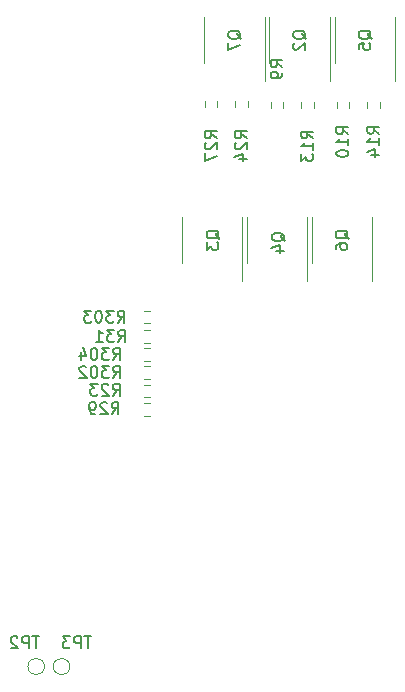
<source format=gbo>
G04 #@! TF.GenerationSoftware,KiCad,Pcbnew,(6.0.2-0)*
G04 #@! TF.CreationDate,2022-04-11T21:35:17-06:00*
G04 #@! TF.ProjectId,CONEPROJ,434f4e45-5052-44f4-9a2e-6b696361645f,rev?*
G04 #@! TF.SameCoordinates,Original*
G04 #@! TF.FileFunction,Legend,Bot*
G04 #@! TF.FilePolarity,Positive*
%FSLAX46Y46*%
G04 Gerber Fmt 4.6, Leading zero omitted, Abs format (unit mm)*
G04 Created by KiCad (PCBNEW (6.0.2-0)) date 2022-04-11 21:35:17*
%MOMM*%
%LPD*%
G01*
G04 APERTURE LIST*
%ADD10C,0.150000*%
%ADD11C,0.120000*%
G04 APERTURE END LIST*
D10*
G04 #@! TO.C,Q7*
X92847619Y-57129761D02*
X92800000Y-57034523D01*
X92704761Y-56939285D01*
X92561904Y-56796428D01*
X92514285Y-56701190D01*
X92514285Y-56605952D01*
X92752380Y-56653571D02*
X92704761Y-56558333D01*
X92609523Y-56463095D01*
X92419047Y-56415476D01*
X92085714Y-56415476D01*
X91895238Y-56463095D01*
X91800000Y-56558333D01*
X91752380Y-56653571D01*
X91752380Y-56844047D01*
X91800000Y-56939285D01*
X91895238Y-57034523D01*
X92085714Y-57082142D01*
X92419047Y-57082142D01*
X92609523Y-57034523D01*
X92704761Y-56939285D01*
X92752380Y-56844047D01*
X92752380Y-56653571D01*
X91752380Y-57415476D02*
X91752380Y-58082142D01*
X92752380Y-57653571D01*
G04 #@! TO.C,Q5*
X103897619Y-57129761D02*
X103850000Y-57034523D01*
X103754761Y-56939285D01*
X103611904Y-56796428D01*
X103564285Y-56701190D01*
X103564285Y-56605952D01*
X103802380Y-56653571D02*
X103754761Y-56558333D01*
X103659523Y-56463095D01*
X103469047Y-56415476D01*
X103135714Y-56415476D01*
X102945238Y-56463095D01*
X102850000Y-56558333D01*
X102802380Y-56653571D01*
X102802380Y-56844047D01*
X102850000Y-56939285D01*
X102945238Y-57034523D01*
X103135714Y-57082142D01*
X103469047Y-57082142D01*
X103659523Y-57034523D01*
X103754761Y-56939285D01*
X103802380Y-56844047D01*
X103802380Y-56653571D01*
X102802380Y-57986904D02*
X102802380Y-57510714D01*
X103278571Y-57463095D01*
X103230952Y-57510714D01*
X103183333Y-57605952D01*
X103183333Y-57844047D01*
X103230952Y-57939285D01*
X103278571Y-57986904D01*
X103373809Y-58034523D01*
X103611904Y-58034523D01*
X103707142Y-57986904D01*
X103754761Y-57939285D01*
X103802380Y-57844047D01*
X103802380Y-57605952D01*
X103754761Y-57510714D01*
X103707142Y-57463095D01*
G04 #@! TO.C,Q6*
X101947619Y-74054761D02*
X101900000Y-73959523D01*
X101804761Y-73864285D01*
X101661904Y-73721428D01*
X101614285Y-73626190D01*
X101614285Y-73530952D01*
X101852380Y-73578571D02*
X101804761Y-73483333D01*
X101709523Y-73388095D01*
X101519047Y-73340476D01*
X101185714Y-73340476D01*
X100995238Y-73388095D01*
X100900000Y-73483333D01*
X100852380Y-73578571D01*
X100852380Y-73769047D01*
X100900000Y-73864285D01*
X100995238Y-73959523D01*
X101185714Y-74007142D01*
X101519047Y-74007142D01*
X101709523Y-73959523D01*
X101804761Y-73864285D01*
X101852380Y-73769047D01*
X101852380Y-73578571D01*
X100852380Y-74864285D02*
X100852380Y-74673809D01*
X100900000Y-74578571D01*
X100947619Y-74530952D01*
X101090476Y-74435714D01*
X101280952Y-74388095D01*
X101661904Y-74388095D01*
X101757142Y-74435714D01*
X101804761Y-74483333D01*
X101852380Y-74578571D01*
X101852380Y-74769047D01*
X101804761Y-74864285D01*
X101757142Y-74911904D01*
X101661904Y-74959523D01*
X101423809Y-74959523D01*
X101328571Y-74911904D01*
X101280952Y-74864285D01*
X101233333Y-74769047D01*
X101233333Y-74578571D01*
X101280952Y-74483333D01*
X101328571Y-74435714D01*
X101423809Y-74388095D01*
G04 #@! TO.C,R303*
X82406547Y-81127380D02*
X82739880Y-80651190D01*
X82977976Y-81127380D02*
X82977976Y-80127380D01*
X82597023Y-80127380D01*
X82501785Y-80175000D01*
X82454166Y-80222619D01*
X82406547Y-80317857D01*
X82406547Y-80460714D01*
X82454166Y-80555952D01*
X82501785Y-80603571D01*
X82597023Y-80651190D01*
X82977976Y-80651190D01*
X82073214Y-80127380D02*
X81454166Y-80127380D01*
X81787500Y-80508333D01*
X81644642Y-80508333D01*
X81549404Y-80555952D01*
X81501785Y-80603571D01*
X81454166Y-80698809D01*
X81454166Y-80936904D01*
X81501785Y-81032142D01*
X81549404Y-81079761D01*
X81644642Y-81127380D01*
X81930357Y-81127380D01*
X82025595Y-81079761D01*
X82073214Y-81032142D01*
X80835119Y-80127380D02*
X80739880Y-80127380D01*
X80644642Y-80175000D01*
X80597023Y-80222619D01*
X80549404Y-80317857D01*
X80501785Y-80508333D01*
X80501785Y-80746428D01*
X80549404Y-80936904D01*
X80597023Y-81032142D01*
X80644642Y-81079761D01*
X80739880Y-81127380D01*
X80835119Y-81127380D01*
X80930357Y-81079761D01*
X80977976Y-81032142D01*
X81025595Y-80936904D01*
X81073214Y-80746428D01*
X81073214Y-80508333D01*
X81025595Y-80317857D01*
X80977976Y-80222619D01*
X80930357Y-80175000D01*
X80835119Y-80127380D01*
X80168452Y-80127380D02*
X79549404Y-80127380D01*
X79882738Y-80508333D01*
X79739880Y-80508333D01*
X79644642Y-80555952D01*
X79597023Y-80603571D01*
X79549404Y-80698809D01*
X79549404Y-80936904D01*
X79597023Y-81032142D01*
X79644642Y-81079761D01*
X79739880Y-81127380D01*
X80025595Y-81127380D01*
X80120833Y-81079761D01*
X80168452Y-81032142D01*
G04 #@! TO.C,Q3*
X91022619Y-74054761D02*
X90975000Y-73959523D01*
X90879761Y-73864285D01*
X90736904Y-73721428D01*
X90689285Y-73626190D01*
X90689285Y-73530952D01*
X90927380Y-73578571D02*
X90879761Y-73483333D01*
X90784523Y-73388095D01*
X90594047Y-73340476D01*
X90260714Y-73340476D01*
X90070238Y-73388095D01*
X89975000Y-73483333D01*
X89927380Y-73578571D01*
X89927380Y-73769047D01*
X89975000Y-73864285D01*
X90070238Y-73959523D01*
X90260714Y-74007142D01*
X90594047Y-74007142D01*
X90784523Y-73959523D01*
X90879761Y-73864285D01*
X90927380Y-73769047D01*
X90927380Y-73578571D01*
X89927380Y-74340476D02*
X89927380Y-74959523D01*
X90308333Y-74626190D01*
X90308333Y-74769047D01*
X90355952Y-74864285D01*
X90403571Y-74911904D01*
X90498809Y-74959523D01*
X90736904Y-74959523D01*
X90832142Y-74911904D01*
X90879761Y-74864285D01*
X90927380Y-74769047D01*
X90927380Y-74483333D01*
X90879761Y-74388095D01*
X90832142Y-74340476D01*
G04 #@! TO.C,R27*
X90777380Y-65507142D02*
X90301190Y-65173809D01*
X90777380Y-64935714D02*
X89777380Y-64935714D01*
X89777380Y-65316666D01*
X89825000Y-65411904D01*
X89872619Y-65459523D01*
X89967857Y-65507142D01*
X90110714Y-65507142D01*
X90205952Y-65459523D01*
X90253571Y-65411904D01*
X90301190Y-65316666D01*
X90301190Y-64935714D01*
X89872619Y-65888095D02*
X89825000Y-65935714D01*
X89777380Y-66030952D01*
X89777380Y-66269047D01*
X89825000Y-66364285D01*
X89872619Y-66411904D01*
X89967857Y-66459523D01*
X90063095Y-66459523D01*
X90205952Y-66411904D01*
X90777380Y-65840476D01*
X90777380Y-66459523D01*
X89777380Y-66792857D02*
X89777380Y-67459523D01*
X90777380Y-67030952D01*
G04 #@! TO.C,R31*
X82455357Y-82752380D02*
X82788690Y-82276190D01*
X83026785Y-82752380D02*
X83026785Y-81752380D01*
X82645833Y-81752380D01*
X82550595Y-81800000D01*
X82502976Y-81847619D01*
X82455357Y-81942857D01*
X82455357Y-82085714D01*
X82502976Y-82180952D01*
X82550595Y-82228571D01*
X82645833Y-82276190D01*
X83026785Y-82276190D01*
X82122023Y-81752380D02*
X81502976Y-81752380D01*
X81836309Y-82133333D01*
X81693452Y-82133333D01*
X81598214Y-82180952D01*
X81550595Y-82228571D01*
X81502976Y-82323809D01*
X81502976Y-82561904D01*
X81550595Y-82657142D01*
X81598214Y-82704761D01*
X81693452Y-82752380D01*
X81979166Y-82752380D01*
X82074404Y-82704761D01*
X82122023Y-82657142D01*
X80550595Y-82752380D02*
X81122023Y-82752380D01*
X80836309Y-82752380D02*
X80836309Y-81752380D01*
X80931547Y-81895238D01*
X81026785Y-81990476D01*
X81122023Y-82038095D01*
G04 #@! TO.C,R9*
X96352380Y-59508333D02*
X95876190Y-59175000D01*
X96352380Y-58936904D02*
X95352380Y-58936904D01*
X95352380Y-59317857D01*
X95400000Y-59413095D01*
X95447619Y-59460714D01*
X95542857Y-59508333D01*
X95685714Y-59508333D01*
X95780952Y-59460714D01*
X95828571Y-59413095D01*
X95876190Y-59317857D01*
X95876190Y-58936904D01*
X96352380Y-59984523D02*
X96352380Y-60175000D01*
X96304761Y-60270238D01*
X96257142Y-60317857D01*
X96114285Y-60413095D01*
X95923809Y-60460714D01*
X95542857Y-60460714D01*
X95447619Y-60413095D01*
X95400000Y-60365476D01*
X95352380Y-60270238D01*
X95352380Y-60079761D01*
X95400000Y-59984523D01*
X95447619Y-59936904D01*
X95542857Y-59889285D01*
X95780952Y-59889285D01*
X95876190Y-59936904D01*
X95923809Y-59984523D01*
X95971428Y-60079761D01*
X95971428Y-60270238D01*
X95923809Y-60365476D01*
X95876190Y-60413095D01*
X95780952Y-60460714D01*
G04 #@! TO.C,Q4*
X96547619Y-74254761D02*
X96500000Y-74159523D01*
X96404761Y-74064285D01*
X96261904Y-73921428D01*
X96214285Y-73826190D01*
X96214285Y-73730952D01*
X96452380Y-73778571D02*
X96404761Y-73683333D01*
X96309523Y-73588095D01*
X96119047Y-73540476D01*
X95785714Y-73540476D01*
X95595238Y-73588095D01*
X95500000Y-73683333D01*
X95452380Y-73778571D01*
X95452380Y-73969047D01*
X95500000Y-74064285D01*
X95595238Y-74159523D01*
X95785714Y-74207142D01*
X96119047Y-74207142D01*
X96309523Y-74159523D01*
X96404761Y-74064285D01*
X96452380Y-73969047D01*
X96452380Y-73778571D01*
X95785714Y-75064285D02*
X96452380Y-75064285D01*
X95404761Y-74826190D02*
X96119047Y-74588095D01*
X96119047Y-75207142D01*
G04 #@! TO.C,R10*
X101927380Y-65182142D02*
X101451190Y-64848809D01*
X101927380Y-64610714D02*
X100927380Y-64610714D01*
X100927380Y-64991666D01*
X100975000Y-65086904D01*
X101022619Y-65134523D01*
X101117857Y-65182142D01*
X101260714Y-65182142D01*
X101355952Y-65134523D01*
X101403571Y-65086904D01*
X101451190Y-64991666D01*
X101451190Y-64610714D01*
X101927380Y-66134523D02*
X101927380Y-65563095D01*
X101927380Y-65848809D02*
X100927380Y-65848809D01*
X101070238Y-65753571D01*
X101165476Y-65658333D01*
X101213095Y-65563095D01*
X100927380Y-66753571D02*
X100927380Y-66848809D01*
X100975000Y-66944047D01*
X101022619Y-66991666D01*
X101117857Y-67039285D01*
X101308333Y-67086904D01*
X101546428Y-67086904D01*
X101736904Y-67039285D01*
X101832142Y-66991666D01*
X101879761Y-66944047D01*
X101927380Y-66848809D01*
X101927380Y-66753571D01*
X101879761Y-66658333D01*
X101832142Y-66610714D01*
X101736904Y-66563095D01*
X101546428Y-66515476D01*
X101308333Y-66515476D01*
X101117857Y-66563095D01*
X101022619Y-66610714D01*
X100975000Y-66658333D01*
X100927380Y-66753571D01*
G04 #@! TO.C,R29*
X81892857Y-88877380D02*
X82226190Y-88401190D01*
X82464285Y-88877380D02*
X82464285Y-87877380D01*
X82083333Y-87877380D01*
X81988095Y-87925000D01*
X81940476Y-87972619D01*
X81892857Y-88067857D01*
X81892857Y-88210714D01*
X81940476Y-88305952D01*
X81988095Y-88353571D01*
X82083333Y-88401190D01*
X82464285Y-88401190D01*
X81511904Y-87972619D02*
X81464285Y-87925000D01*
X81369047Y-87877380D01*
X81130952Y-87877380D01*
X81035714Y-87925000D01*
X80988095Y-87972619D01*
X80940476Y-88067857D01*
X80940476Y-88163095D01*
X80988095Y-88305952D01*
X81559523Y-88877380D01*
X80940476Y-88877380D01*
X80464285Y-88877380D02*
X80273809Y-88877380D01*
X80178571Y-88829761D01*
X80130952Y-88782142D01*
X80035714Y-88639285D01*
X79988095Y-88448809D01*
X79988095Y-88067857D01*
X80035714Y-87972619D01*
X80083333Y-87925000D01*
X80178571Y-87877380D01*
X80369047Y-87877380D01*
X80464285Y-87925000D01*
X80511904Y-87972619D01*
X80559523Y-88067857D01*
X80559523Y-88305952D01*
X80511904Y-88401190D01*
X80464285Y-88448809D01*
X80369047Y-88496428D01*
X80178571Y-88496428D01*
X80083333Y-88448809D01*
X80035714Y-88401190D01*
X79988095Y-88305952D01*
G04 #@! TO.C,R304*
X82019047Y-84277380D02*
X82352380Y-83801190D01*
X82590476Y-84277380D02*
X82590476Y-83277380D01*
X82209523Y-83277380D01*
X82114285Y-83325000D01*
X82066666Y-83372619D01*
X82019047Y-83467857D01*
X82019047Y-83610714D01*
X82066666Y-83705952D01*
X82114285Y-83753571D01*
X82209523Y-83801190D01*
X82590476Y-83801190D01*
X81685714Y-83277380D02*
X81066666Y-83277380D01*
X81400000Y-83658333D01*
X81257142Y-83658333D01*
X81161904Y-83705952D01*
X81114285Y-83753571D01*
X81066666Y-83848809D01*
X81066666Y-84086904D01*
X81114285Y-84182142D01*
X81161904Y-84229761D01*
X81257142Y-84277380D01*
X81542857Y-84277380D01*
X81638095Y-84229761D01*
X81685714Y-84182142D01*
X80447619Y-83277380D02*
X80352380Y-83277380D01*
X80257142Y-83325000D01*
X80209523Y-83372619D01*
X80161904Y-83467857D01*
X80114285Y-83658333D01*
X80114285Y-83896428D01*
X80161904Y-84086904D01*
X80209523Y-84182142D01*
X80257142Y-84229761D01*
X80352380Y-84277380D01*
X80447619Y-84277380D01*
X80542857Y-84229761D01*
X80590476Y-84182142D01*
X80638095Y-84086904D01*
X80685714Y-83896428D01*
X80685714Y-83658333D01*
X80638095Y-83467857D01*
X80590476Y-83372619D01*
X80542857Y-83325000D01*
X80447619Y-83277380D01*
X79257142Y-83610714D02*
X79257142Y-84277380D01*
X79495238Y-83229761D02*
X79733333Y-83944047D01*
X79114285Y-83944047D01*
G04 #@! TO.C,TP3*
X80161904Y-107702380D02*
X79590476Y-107702380D01*
X79876190Y-108702380D02*
X79876190Y-107702380D01*
X79257142Y-108702380D02*
X79257142Y-107702380D01*
X78876190Y-107702380D01*
X78780952Y-107750000D01*
X78733333Y-107797619D01*
X78685714Y-107892857D01*
X78685714Y-108035714D01*
X78733333Y-108130952D01*
X78780952Y-108178571D01*
X78876190Y-108226190D01*
X79257142Y-108226190D01*
X78352380Y-107702380D02*
X77733333Y-107702380D01*
X78066666Y-108083333D01*
X77923809Y-108083333D01*
X77828571Y-108130952D01*
X77780952Y-108178571D01*
X77733333Y-108273809D01*
X77733333Y-108511904D01*
X77780952Y-108607142D01*
X77828571Y-108654761D01*
X77923809Y-108702380D01*
X78209523Y-108702380D01*
X78304761Y-108654761D01*
X78352380Y-108607142D01*
G04 #@! TO.C,R13*
X98927380Y-65532142D02*
X98451190Y-65198809D01*
X98927380Y-64960714D02*
X97927380Y-64960714D01*
X97927380Y-65341666D01*
X97975000Y-65436904D01*
X98022619Y-65484523D01*
X98117857Y-65532142D01*
X98260714Y-65532142D01*
X98355952Y-65484523D01*
X98403571Y-65436904D01*
X98451190Y-65341666D01*
X98451190Y-64960714D01*
X98927380Y-66484523D02*
X98927380Y-65913095D01*
X98927380Y-66198809D02*
X97927380Y-66198809D01*
X98070238Y-66103571D01*
X98165476Y-66008333D01*
X98213095Y-65913095D01*
X97927380Y-66817857D02*
X97927380Y-67436904D01*
X98308333Y-67103571D01*
X98308333Y-67246428D01*
X98355952Y-67341666D01*
X98403571Y-67389285D01*
X98498809Y-67436904D01*
X98736904Y-67436904D01*
X98832142Y-67389285D01*
X98879761Y-67341666D01*
X98927380Y-67246428D01*
X98927380Y-66960714D01*
X98879761Y-66865476D01*
X98832142Y-66817857D01*
G04 #@! TO.C,R24*
X93327380Y-65507142D02*
X92851190Y-65173809D01*
X93327380Y-64935714D02*
X92327380Y-64935714D01*
X92327380Y-65316666D01*
X92375000Y-65411904D01*
X92422619Y-65459523D01*
X92517857Y-65507142D01*
X92660714Y-65507142D01*
X92755952Y-65459523D01*
X92803571Y-65411904D01*
X92851190Y-65316666D01*
X92851190Y-64935714D01*
X92422619Y-65888095D02*
X92375000Y-65935714D01*
X92327380Y-66030952D01*
X92327380Y-66269047D01*
X92375000Y-66364285D01*
X92422619Y-66411904D01*
X92517857Y-66459523D01*
X92613095Y-66459523D01*
X92755952Y-66411904D01*
X93327380Y-65840476D01*
X93327380Y-66459523D01*
X92660714Y-67316666D02*
X93327380Y-67316666D01*
X92279761Y-67078571D02*
X92994047Y-66840476D01*
X92994047Y-67459523D01*
G04 #@! TO.C,R302*
X82019047Y-85802380D02*
X82352380Y-85326190D01*
X82590476Y-85802380D02*
X82590476Y-84802380D01*
X82209523Y-84802380D01*
X82114285Y-84850000D01*
X82066666Y-84897619D01*
X82019047Y-84992857D01*
X82019047Y-85135714D01*
X82066666Y-85230952D01*
X82114285Y-85278571D01*
X82209523Y-85326190D01*
X82590476Y-85326190D01*
X81685714Y-84802380D02*
X81066666Y-84802380D01*
X81400000Y-85183333D01*
X81257142Y-85183333D01*
X81161904Y-85230952D01*
X81114285Y-85278571D01*
X81066666Y-85373809D01*
X81066666Y-85611904D01*
X81114285Y-85707142D01*
X81161904Y-85754761D01*
X81257142Y-85802380D01*
X81542857Y-85802380D01*
X81638095Y-85754761D01*
X81685714Y-85707142D01*
X80447619Y-84802380D02*
X80352380Y-84802380D01*
X80257142Y-84850000D01*
X80209523Y-84897619D01*
X80161904Y-84992857D01*
X80114285Y-85183333D01*
X80114285Y-85421428D01*
X80161904Y-85611904D01*
X80209523Y-85707142D01*
X80257142Y-85754761D01*
X80352380Y-85802380D01*
X80447619Y-85802380D01*
X80542857Y-85754761D01*
X80590476Y-85707142D01*
X80638095Y-85611904D01*
X80685714Y-85421428D01*
X80685714Y-85183333D01*
X80638095Y-84992857D01*
X80590476Y-84897619D01*
X80542857Y-84850000D01*
X80447619Y-84802380D01*
X79733333Y-84897619D02*
X79685714Y-84850000D01*
X79590476Y-84802380D01*
X79352380Y-84802380D01*
X79257142Y-84850000D01*
X79209523Y-84897619D01*
X79161904Y-84992857D01*
X79161904Y-85088095D01*
X79209523Y-85230952D01*
X79780952Y-85802380D01*
X79161904Y-85802380D01*
G04 #@! TO.C,Q2*
X98347619Y-57129761D02*
X98300000Y-57034523D01*
X98204761Y-56939285D01*
X98061904Y-56796428D01*
X98014285Y-56701190D01*
X98014285Y-56605952D01*
X98252380Y-56653571D02*
X98204761Y-56558333D01*
X98109523Y-56463095D01*
X97919047Y-56415476D01*
X97585714Y-56415476D01*
X97395238Y-56463095D01*
X97300000Y-56558333D01*
X97252380Y-56653571D01*
X97252380Y-56844047D01*
X97300000Y-56939285D01*
X97395238Y-57034523D01*
X97585714Y-57082142D01*
X97919047Y-57082142D01*
X98109523Y-57034523D01*
X98204761Y-56939285D01*
X98252380Y-56844047D01*
X98252380Y-56653571D01*
X97347619Y-57463095D02*
X97300000Y-57510714D01*
X97252380Y-57605952D01*
X97252380Y-57844047D01*
X97300000Y-57939285D01*
X97347619Y-57986904D01*
X97442857Y-58034523D01*
X97538095Y-58034523D01*
X97680952Y-57986904D01*
X98252380Y-57415476D01*
X98252380Y-58034523D01*
G04 #@! TO.C,TP2*
X75761904Y-107702380D02*
X75190476Y-107702380D01*
X75476190Y-108702380D02*
X75476190Y-107702380D01*
X74857142Y-108702380D02*
X74857142Y-107702380D01*
X74476190Y-107702380D01*
X74380952Y-107750000D01*
X74333333Y-107797619D01*
X74285714Y-107892857D01*
X74285714Y-108035714D01*
X74333333Y-108130952D01*
X74380952Y-108178571D01*
X74476190Y-108226190D01*
X74857142Y-108226190D01*
X73904761Y-107797619D02*
X73857142Y-107750000D01*
X73761904Y-107702380D01*
X73523809Y-107702380D01*
X73428571Y-107750000D01*
X73380952Y-107797619D01*
X73333333Y-107892857D01*
X73333333Y-107988095D01*
X73380952Y-108130952D01*
X73952380Y-108702380D01*
X73333333Y-108702380D01*
G04 #@! TO.C,R14*
X104552380Y-65132142D02*
X104076190Y-64798809D01*
X104552380Y-64560714D02*
X103552380Y-64560714D01*
X103552380Y-64941666D01*
X103600000Y-65036904D01*
X103647619Y-65084523D01*
X103742857Y-65132142D01*
X103885714Y-65132142D01*
X103980952Y-65084523D01*
X104028571Y-65036904D01*
X104076190Y-64941666D01*
X104076190Y-64560714D01*
X104552380Y-66084523D02*
X104552380Y-65513095D01*
X104552380Y-65798809D02*
X103552380Y-65798809D01*
X103695238Y-65703571D01*
X103790476Y-65608333D01*
X103838095Y-65513095D01*
X103885714Y-66941666D02*
X104552380Y-66941666D01*
X103504761Y-66703571D02*
X104219047Y-66465476D01*
X104219047Y-67084523D01*
G04 #@! TO.C,R23*
X81992857Y-87302380D02*
X82326190Y-86826190D01*
X82564285Y-87302380D02*
X82564285Y-86302380D01*
X82183333Y-86302380D01*
X82088095Y-86350000D01*
X82040476Y-86397619D01*
X81992857Y-86492857D01*
X81992857Y-86635714D01*
X82040476Y-86730952D01*
X82088095Y-86778571D01*
X82183333Y-86826190D01*
X82564285Y-86826190D01*
X81611904Y-86397619D02*
X81564285Y-86350000D01*
X81469047Y-86302380D01*
X81230952Y-86302380D01*
X81135714Y-86350000D01*
X81088095Y-86397619D01*
X81040476Y-86492857D01*
X81040476Y-86588095D01*
X81088095Y-86730952D01*
X81659523Y-87302380D01*
X81040476Y-87302380D01*
X80707142Y-86302380D02*
X80088095Y-86302380D01*
X80421428Y-86683333D01*
X80278571Y-86683333D01*
X80183333Y-86730952D01*
X80135714Y-86778571D01*
X80088095Y-86873809D01*
X80088095Y-87111904D01*
X80135714Y-87207142D01*
X80183333Y-87254761D01*
X80278571Y-87302380D01*
X80564285Y-87302380D01*
X80659523Y-87254761D01*
X80707142Y-87207142D01*
D11*
G04 #@! TO.C,Q7*
X94860000Y-57225000D02*
X94860000Y-60675000D01*
X94860000Y-57225000D02*
X94860000Y-55275000D01*
X89740000Y-57225000D02*
X89740000Y-55275000D01*
X89740000Y-57225000D02*
X89740000Y-59175000D01*
G04 #@! TO.C,Q5*
X105910000Y-57225000D02*
X105910000Y-60675000D01*
X100790000Y-57225000D02*
X100790000Y-59175000D01*
X105910000Y-57225000D02*
X105910000Y-55275000D01*
X100790000Y-57225000D02*
X100790000Y-55275000D01*
G04 #@! TO.C,Q6*
X103960000Y-74150000D02*
X103960000Y-77600000D01*
X98840000Y-74150000D02*
X98840000Y-72200000D01*
X103960000Y-74150000D02*
X103960000Y-72200000D01*
X98840000Y-74150000D02*
X98840000Y-76100000D01*
G04 #@! TO.C,R303*
X85129724Y-80152500D02*
X84620276Y-80152500D01*
X85129724Y-81197500D02*
X84620276Y-81197500D01*
G04 #@! TO.C,Q3*
X87815000Y-74150000D02*
X87815000Y-76100000D01*
X92935000Y-74150000D02*
X92935000Y-77600000D01*
X87815000Y-74150000D02*
X87815000Y-72200000D01*
X92935000Y-74150000D02*
X92935000Y-72200000D01*
G04 #@! TO.C,R27*
X89802500Y-62395276D02*
X89802500Y-62904724D01*
X90847500Y-62395276D02*
X90847500Y-62904724D01*
G04 #@! TO.C,R31*
X85154724Y-81777500D02*
X84645276Y-81777500D01*
X85154724Y-82822500D02*
X84645276Y-82822500D01*
G04 #@! TO.C,R9*
X96422500Y-62420276D02*
X96422500Y-62929724D01*
X95377500Y-62420276D02*
X95377500Y-62929724D01*
G04 #@! TO.C,Q4*
X93340000Y-74150000D02*
X93340000Y-76100000D01*
X98460000Y-74150000D02*
X98460000Y-72200000D01*
X93340000Y-74150000D02*
X93340000Y-72200000D01*
X98460000Y-74150000D02*
X98460000Y-77600000D01*
G04 #@! TO.C,R10*
X101997500Y-62420276D02*
X101997500Y-62929724D01*
X100952500Y-62420276D02*
X100952500Y-62929724D01*
G04 #@! TO.C,R29*
X85154724Y-87952500D02*
X84645276Y-87952500D01*
X85154724Y-88997500D02*
X84645276Y-88997500D01*
G04 #@! TO.C,R304*
X85154724Y-84347500D02*
X84645276Y-84347500D01*
X85154724Y-83302500D02*
X84645276Y-83302500D01*
G04 #@! TO.C,TP3*
X78350000Y-110250000D02*
G75*
G03*
X78350000Y-110250000I-700000J0D01*
G01*
G04 #@! TO.C,R13*
X98997500Y-62420276D02*
X98997500Y-62929724D01*
X97952500Y-62420276D02*
X97952500Y-62929724D01*
G04 #@! TO.C,R24*
X93397500Y-62395276D02*
X93397500Y-62904724D01*
X92352500Y-62395276D02*
X92352500Y-62904724D01*
G04 #@! TO.C,R302*
X85154724Y-84827500D02*
X84645276Y-84827500D01*
X85154724Y-85872500D02*
X84645276Y-85872500D01*
G04 #@! TO.C,Q2*
X95240000Y-57225000D02*
X95240000Y-55275000D01*
X100360000Y-57225000D02*
X100360000Y-55275000D01*
X100360000Y-57225000D02*
X100360000Y-60675000D01*
X95240000Y-57225000D02*
X95240000Y-59175000D01*
G04 #@! TO.C,TP2*
X76200000Y-110250000D02*
G75*
G03*
X76200000Y-110250000I-700000J0D01*
G01*
G04 #@! TO.C,R14*
X104597500Y-62420276D02*
X104597500Y-62929724D01*
X103552500Y-62420276D02*
X103552500Y-62929724D01*
G04 #@! TO.C,R23*
X85154724Y-86377500D02*
X84645276Y-86377500D01*
X85154724Y-87422500D02*
X84645276Y-87422500D01*
G04 #@! TD*
M02*

</source>
